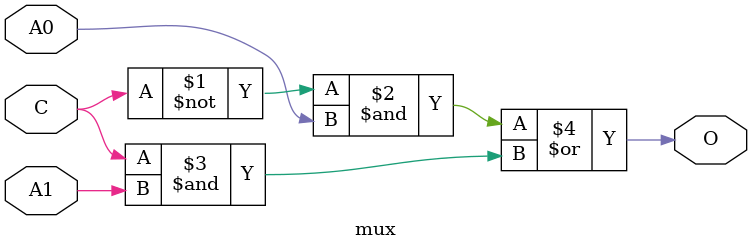
<source format=v>
module mux(A0, A1, C, O);

    input A0, A1, C;
    output O;

    // assign O = (C == 1'b0) ? A0 : A1;
    assign O = ~C & A0 | C & A1;

endmodule
</source>
